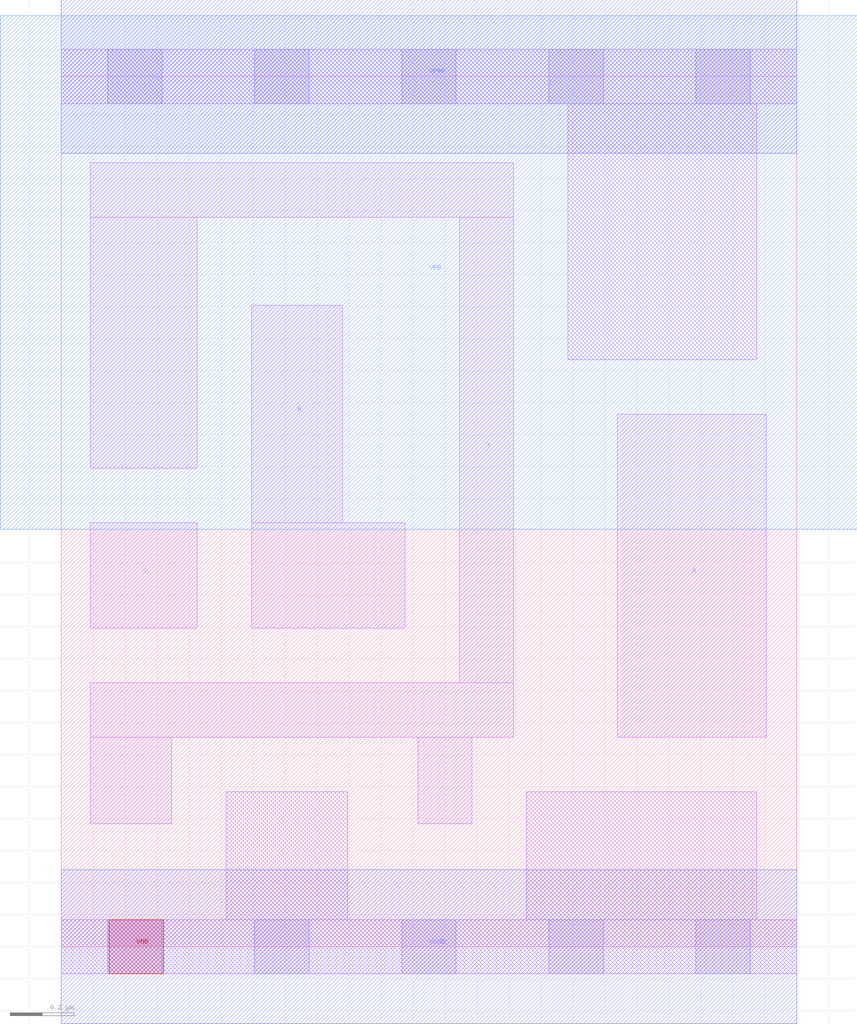
<source format=lef>
# Copyright 2020 The SkyWater PDK Authors
#
# Licensed under the Apache License, Version 2.0 (the "License");
# you may not use this file except in compliance with the License.
# You may obtain a copy of the License at
#
#     https://www.apache.org/licenses/LICENSE-2.0
#
# Unless required by applicable law or agreed to in writing, software
# distributed under the License is distributed on an "AS IS" BASIS,
# WITHOUT WARRANTIES OR CONDITIONS OF ANY KIND, either express or implied.
# See the License for the specific language governing permissions and
# limitations under the License.
#
# SPDX-License-Identifier: Apache-2.0

VERSION 5.7 ;
  NOWIREEXTENSIONATPIN ON ;
  DIVIDERCHAR "/" ;
  BUSBITCHARS "[]" ;
PROPERTYDEFINITIONS
  MACRO maskLayoutSubType STRING ;
  MACRO prCellType STRING ;
  MACRO originalViewName STRING ;
END PROPERTYDEFINITIONS
MACRO sky130_fd_sc_hdll__nor3_1
  CLASS CORE ;
  FOREIGN sky130_fd_sc_hdll__nor3_1 ;
  ORIGIN  0.000000  0.000000 ;
  SIZE  2.300000 BY  2.720000 ;
  SYMMETRY X Y R90 ;
  SITE unithd ;
  PIN A
    ANTENNAGATEAREA  0.277500 ;
    DIRECTION INPUT ;
    USE SIGNAL ;
    PORT
      LAYER li1 ;
        RECT 1.740000 0.655000 2.205000 1.665000 ;
    END
  END A
  PIN B
    ANTENNAGATEAREA  0.277500 ;
    DIRECTION INPUT ;
    USE SIGNAL ;
    PORT
      LAYER li1 ;
        RECT 0.595000 0.995000 1.075000 1.325000 ;
        RECT 0.595000 1.325000 0.880000 2.005000 ;
    END
  END B
  PIN C
    ANTENNAGATEAREA  0.277500 ;
    DIRECTION INPUT ;
    USE SIGNAL ;
    PORT
      LAYER li1 ;
        RECT 0.090000 0.995000 0.425000 1.325000 ;
    END
  END C
  PIN VGND
    ANTENNADIFFAREA  0.630500 ;
    DIRECTION INOUT ;
    USE SIGNAL ;
    PORT
      LAYER met1 ;
        RECT 0.000000 -0.240000 2.300000 0.240000 ;
    END
  END VGND
  PIN VNB
    PORT
      LAYER pwell ;
        RECT 0.150000 -0.085000 0.320000 0.085000 ;
    END
  END VNB
  PIN VPB
    PORT
      LAYER nwell ;
        RECT -0.190000 1.305000 2.490000 2.910000 ;
    END
  END VPB
  PIN VPWR
    ANTENNADIFFAREA  0.610000 ;
    DIRECTION INOUT ;
    USE SIGNAL ;
    PORT
      LAYER met1 ;
        RECT 0.000000 2.480000 2.300000 2.960000 ;
    END
  END VPWR
  PIN Y
    ANTENNADIFFAREA  0.647000 ;
    DIRECTION OUTPUT ;
    USE SIGNAL ;
    PORT
      LAYER li1 ;
        RECT 0.090000 0.385000 0.345000 0.655000 ;
        RECT 0.090000 0.655000 1.415000 0.825000 ;
        RECT 0.090000 1.495000 0.425000 2.280000 ;
        RECT 0.090000 2.280000 1.415000 2.450000 ;
        RECT 1.115000 0.385000 1.285000 0.655000 ;
        RECT 1.245000 0.825000 1.415000 2.280000 ;
    END
  END Y
  OBS
    LAYER li1 ;
      RECT 0.000000 -0.085000 2.300000 0.085000 ;
      RECT 0.000000  2.635000 2.300000 2.805000 ;
      RECT 0.515000  0.085000 0.895000 0.485000 ;
      RECT 1.455000  0.085000 2.175000 0.485000 ;
      RECT 1.585000  1.835000 2.175000 2.635000 ;
    LAYER mcon ;
      RECT 0.145000 -0.085000 0.315000 0.085000 ;
      RECT 0.145000  2.635000 0.315000 2.805000 ;
      RECT 0.605000 -0.085000 0.775000 0.085000 ;
      RECT 0.605000  2.635000 0.775000 2.805000 ;
      RECT 1.065000 -0.085000 1.235000 0.085000 ;
      RECT 1.065000  2.635000 1.235000 2.805000 ;
      RECT 1.525000 -0.085000 1.695000 0.085000 ;
      RECT 1.525000  2.635000 1.695000 2.805000 ;
      RECT 1.985000 -0.085000 2.155000 0.085000 ;
      RECT 1.985000  2.635000 2.155000 2.805000 ;
  END
  PROPERTY maskLayoutSubType "abstract" ;
  PROPERTY prCellType "standard" ;
  PROPERTY originalViewName "layout" ;
END sky130_fd_sc_hdll__nor3_1
END LIBRARY

</source>
